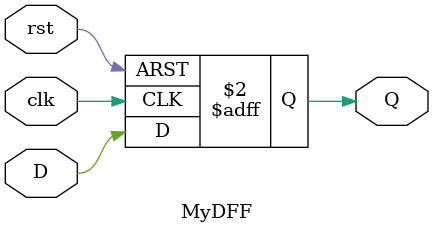
<source format=sv>
module MyDFF(input D,clk,rst, output logic Q);
    always @(posedge clk, posedge rst) begin
        if(rst) Q <= 1'b0;
        else Q <= D;
    end
endmodule

</source>
